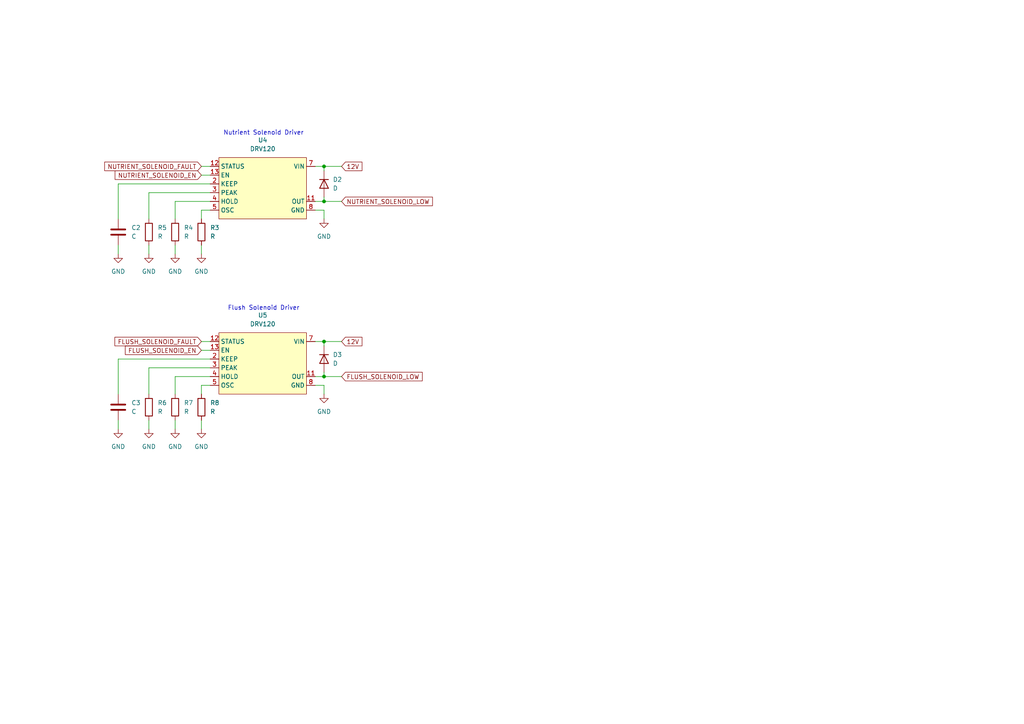
<source format=kicad_sch>
(kicad_sch (version 20230121) (generator eeschema)
  (paper "A4")
  (lib_symbols
    (symbol "Device:C" (pin_numbers hide) (pin_names (offset 0.254))
      (property "Reference" "C" (at 0.635 2.54 0))
      (property "Value" "C" (at 0.635 -2.54 0))
      (symbol "C_0_1"
        (polyline (pts (xy -2.032 -0.762) (xy 2.032 -0.762)) (stroke (width 0.508)))
        (polyline (pts (xy -2.032 0.762) (xy 2.032 0.762)) (stroke (width 0.508)))
      )
      (symbol "C_1_1"
        (pin passive line (at 0 3.81 270) (length 2.794) (name "~") (number "1"))
        (pin passive line (at 0 -3.81 90) (length 2.794) (name "~") (number "2"))
      )
    )
    (symbol "Device:D" (pin_numbers hide) (pin_names (offset 1.016) hide)
      (property "Reference" "D" (at 0 2.54 0))
      (property "Value" "D" (at 0 -2.54 0))
      (symbol "D_0_1"
        (polyline (pts (xy -1.27 1.27) (xy -1.27 -1.27)) (stroke (width 0.254)))
        (polyline (pts (xy 1.27 0) (xy -1.27 0)))
        (polyline (pts (xy 1.27 1.27) (xy 1.27 -1.27) (xy -1.27 0) (xy 1.27 1.27)) (stroke (width 0.254)))
      )
      (symbol "D_1_1"
        (pin passive line (at -3.81 0 0) (length 2.54) (name "K") (number "1"))
        (pin passive line (at 3.81 0 180) (length 2.54) (name "A") (number "2"))
      )
    )
    (symbol "Device:R" (pin_numbers hide) (pin_names (offset 0))
      (property "Reference" "R" (at 2.032 0 90))
      (property "Value" "R" (at 0 0 90))
      (symbol "R_0_1"
        (rectangle (start -1.016 -2.54) (end 1.016 2.54) (stroke (width 0.254)))
      )
      (symbol "R_1_1"
        (pin passive line (at 0 3.81 270) (length 1.27) (name "~") (number "1"))
        (pin passive line (at 0 -3.81 90) (length 1.27) (name "~") (number "2"))
      )
    )
    (symbol "custom:DRV120"
      (property "Reference" "U4" (at 0 11.43 0))
      (property "Value" "~" (at 0 0 0))
      (symbol "DRV120_1_1"
        (rectangle (start -12.7 8.89) (end 12.7 -8.89) (fill (type background)))
        (pin output line (at 15.24 -3.81 180) (length 2.54) (name "OUT") (number "11"))
        (pin open_collector line (at -15.24 6.35 0) (length 2.54) (name "STATUS") (number "12"))
        (pin input line (at -15.24 3.81 0) (length 2.54) (name "EN") (number "13"))
        (pin input line (at -15.24 1.27 0) (length 2.54) (name "KEEP") (number "2"))
        (pin input line (at -15.24 -1.27 0) (length 2.54) (name "PEAK") (number "3"))
        (pin input line (at -15.24 -3.81 0) (length 2.54) (name "HOLD") (number "4"))
        (pin input line (at -15.24 -6.35 0) (length 2.54) (name "OSC") (number "5"))
        (pin power_in line (at 15.24 6.35 180) (length 2.54) (name "VIN") (number "7"))
        (pin power_out line (at 15.24 -6.35 180) (length 2.54) (name "GND") (number "8"))
      )
    )
    (symbol "power:GND" (power) (pin_names (offset 0))
      (property "Value" "GND" (at 0 -3.81 0))
      (symbol "GND_0_1"
        (polyline (pts (xy 0 0) (xy 0 -1.27) (xy 1.27 -1.27) (xy 0 -2.54) (xy -1.27 -1.27) (xy 0 -1.27)))
      )
      (symbol "GND_1_1"
        (pin power_in line (at 0 0 270) (length 0) hide (name "GND") (number "1"))
      )
    )
  )
  (junction (at 93.98 58.42))
  (junction (at 93.98 48.26))
  (junction (at 93.98 99.06))
  (junction (at 93.98 109.22))
  (wire (pts (xy 93.98 109.22) (xy 99.06 109.22)))
  (wire (pts (xy 99.06 48.26) (xy 93.98 48.26)))
  (wire (pts (xy 50.8 71.12) (xy 50.8 73.66)))
  (wire (pts (xy 93.98 60.96) (xy 91.44 60.96)))
  (wire (pts (xy 58.42 101.6) (xy 60.96 101.6)))
  (wire (pts (xy 34.29 104.14) (xy 34.29 114.3)))
  (wire (pts (xy 93.98 57.15) (xy 93.98 58.42)))
  (wire (pts (xy 60.96 58.42) (xy 50.8 58.42)))
  (wire (pts (xy 43.18 63.5) (xy 43.18 55.88)))
  (wire (pts (xy 58.42 71.12) (xy 58.42 73.66)))
  (wire (pts (xy 58.42 111.76) (xy 60.96 111.76)))
  (wire (pts (xy 43.18 114.3) (xy 43.18 106.68)))
  (wire (pts (xy 93.98 114.3) (xy 93.98 111.76)))
  (wire (pts (xy 93.98 58.42) (xy 99.06 58.42)))
  (wire (pts (xy 50.8 121.92) (xy 50.8 124.46)))
  (wire (pts (xy 60.96 109.22) (xy 50.8 109.22)))
  (wire (pts (xy 93.98 111.76) (xy 91.44 111.76)))
  (wire (pts (xy 93.98 48.26) (xy 91.44 48.26)))
  (wire (pts (xy 43.18 106.68) (xy 60.96 106.68)))
  (wire (pts (xy 34.29 53.34) (xy 34.29 63.5)))
  (wire (pts (xy 93.98 107.95) (xy 93.98 109.22)))
  (wire (pts (xy 60.96 53.34) (xy 34.29 53.34)))
  (wire (pts (xy 43.18 121.92) (xy 43.18 124.46)))
  (wire (pts (xy 93.98 99.06) (xy 93.98 100.33)))
  (wire (pts (xy 91.44 58.42) (xy 93.98 58.42)))
  (wire (pts (xy 93.98 48.26) (xy 93.98 49.53)))
  (wire (pts (xy 58.42 99.06) (xy 60.96 99.06)))
  (wire (pts (xy 58.42 121.92) (xy 58.42 124.46)))
  (wire (pts (xy 34.29 71.12) (xy 34.29 73.66)))
  (wire (pts (xy 34.29 121.92) (xy 34.29 124.46)))
  (wire (pts (xy 91.44 109.22) (xy 93.98 109.22)))
  (wire (pts (xy 58.42 60.96) (xy 60.96 60.96)))
  (wire (pts (xy 99.06 99.06) (xy 93.98 99.06)))
  (wire (pts (xy 58.42 48.26) (xy 60.96 48.26)))
  (wire (pts (xy 93.98 99.06) (xy 91.44 99.06)))
  (wire (pts (xy 43.18 71.12) (xy 43.18 73.66)))
  (wire (pts (xy 58.42 50.8) (xy 60.96 50.8)))
  (wire (pts (xy 50.8 58.42) (xy 50.8 63.5)))
  (wire (pts (xy 58.42 114.3) (xy 58.42 111.76)))
  (wire (pts (xy 50.8 109.22) (xy 50.8 114.3)))
  (wire (pts (xy 60.96 104.14) (xy 34.29 104.14)))
  (wire (pts (xy 43.18 55.88) (xy 60.96 55.88)))
  (wire (pts (xy 93.98 63.5) (xy 93.98 60.96)))
  (wire (pts (xy 58.42 63.5) (xy 58.42 60.96)))
  (text "Nutrient Solenoid Driver" (at 64.77 39.37 0) (effects (font (size 1.27 1.27)) (justify left bottom)))
  (text "Flush Solenoid Driver" (at 66.04 90.17 0) (effects (font (size 1.27 1.27)) (justify left bottom)))
  (global_label "FLUSH_SOLENOID_FAULT" (shape input) (at 58.42 99.06 180) (property "Intersheetrefs" "${INTERSHEET_REFS}" (effects hide)))
  (global_label "FLUSH_SOLENOID_LOW" (shape input) (at 99.06 109.22 0) (property "Intersheetrefs" "${INTERSHEET_REFS}" (effects hide)))
  (global_label "12V" (shape input) (at 99.06 99.06 0) (property "Intersheetrefs" "${INTERSHEET_REFS}" (effects hide)))
  (global_label "FLUSH_SOLENOID_EN" (shape input) (at 58.42 101.6 180) (property "Intersheetrefs" "${INTERSHEET_REFS}" (effects hide)))
  (global_label "12V" (shape input) (at 99.06 48.26 0) (property "Intersheetrefs" "${INTERSHEET_REFS}" (effects hide)))
  (global_label "NUTRIENT_SOLENOID_EN" (shape input) (at 58.42 50.8 180) (property "Intersheetrefs" "${INTERSHEET_REFS}" (effects hide)))
  (global_label "NUTRIENT_SOLENOID_FAULT" (shape input) (at 58.42 48.26 180) (property "Intersheetrefs" "${INTERSHEET_REFS}" (effects hide)))
  (global_label "NUTRIENT_SOLENOID_LOW" (shape input) (at 99.06 58.42 0) (property "Intersheetrefs" "${INTERSHEET_REFS}" (effects hide)))
  (symbol (lib_id "Device:R") (at 58.42 118.11 0) (unit 1)
    (property "Reference" "R8" (at 60.96 116.84 0) (effects (justify left)))
    (property "Value" "R" (at 60.96 119.38 0) (effects (justify left)))
    (property "Footprint" "Resistor_SMD:R_0603_1608Metric_Pad0.98x0.95mm_HandSolder" (effects hide))
  )
  (symbol (lib_id "Device:C") (at 34.29 118.11 0) (unit 1)
    (property "Reference" "C3" (at 38.1 116.84 0) (effects (justify left)))
    (property "Value" "C" (at 38.1 119.38 0) (effects (justify left)))
  )
  (symbol (lib_id "Device:R") (at 50.8 118.11 0) (unit 1)
    (property "Reference" "R7" (at 53.34 116.84 0) (effects (justify left)))
    (property "Value" "R" (at 53.34 119.38 0) (effects (justify left)))
    (property "Footprint" "Resistor_SMD:R_0603_1608Metric_Pad0.98x0.95mm_HandSolder" (effects hide))
  )
  (symbol (lib_id "custom:DRV120") (at 76.2 54.61 0) (unit 1)
    (property "Reference" "U4" (at 76.2 40.64 0))
    (property "Value" "DRV120" (at 76.2 43.18 0))
    (property "Footprint" "Package_SO:TSSOP-14_4.4x5mm_P0.65mm" (effects hide))
  )
  (symbol (lib_id "Device:R") (at 58.42 67.31 0) (unit 1)
    (property "Reference" "R3" (at 60.96 66.04 0) (effects (justify left)))
    (property "Value" "R" (at 60.96 68.58 0) (effects (justify left)))
    (property "Footprint" "Resistor_SMD:R_0603_1608Metric_Pad0.98x0.95mm_HandSolder" (effects hide))
  )
  (symbol (lib_id "custom:DRV120") (at 76.2 105.41 0) (unit 1)
    (property "Reference" "U5" (at 76.2 91.44 0))
    (property "Value" "DRV120" (at 76.2 93.98 0))
    (property "Footprint" "Package_SO:TSSOP-14_4.4x5mm_P0.65mm" (effects hide))
  )
  (symbol (lib_id "power:GND") (at 93.98 114.3 0) (unit 1)
    (property "Reference" "#PWR023" (effects hide))
    (property "Value" "GND" (at 93.98 119.38 0))
  )
  (symbol (lib_id "Device:R") (at 43.18 118.11 0) (unit 1)
    (property "Reference" "R6" (at 45.72 116.84 0) (effects (justify left)))
    (property "Value" "R" (at 45.72 119.38 0) (effects (justify left)))
    (property "Footprint" "Resistor_SMD:R_0603_1608Metric_Pad0.98x0.95mm_HandSolder" (effects hide))
  )
  (symbol (lib_id "power:GND") (at 93.98 63.5 0) (unit 1)
    (property "Reference" "#PWR014" (effects hide))
    (property "Value" "GND" (at 93.98 68.58 0))
  )
  (symbol (lib_id "power:GND") (at 58.42 73.66 0) (unit 1)
    (property "Reference" "#PWR018" (effects hide))
    (property "Value" "GND" (at 58.42 78.74 0))
  )
  (symbol (lib_id "Device:R") (at 43.18 67.31 0) (unit 1)
    (property "Reference" "R5" (at 45.72 66.04 0) (effects (justify left)))
    (property "Value" "R" (at 45.72 68.58 0) (effects (justify left)))
    (property "Footprint" "Resistor_SMD:R_0603_1608Metric_Pad0.98x0.95mm_HandSolder" (effects hide))
  )
  (symbol (lib_id "power:GND") (at 50.8 73.66 0) (unit 1)
    (property "Reference" "#PWR017" (effects hide))
    (property "Value" "GND" (at 50.8 78.74 0))
  )
  (symbol (lib_id "Device:D") (at 93.98 104.14 270) (unit 1)
    (property "Reference" "D3" (at 96.52 102.87 90) (effects (justify left)))
    (property "Value" "D" (at 96.52 105.41 90) (effects (justify left)))
    (property "Sim.Device" "D" (effects hide))
    (property "Sim.Pins" "1=K 2=A" (effects hide))
  )
  (symbol (lib_id "power:GND") (at 34.29 73.66 0) (unit 1)
    (property "Reference" "#PWR015" (effects hide))
    (property "Value" "GND" (at 34.29 78.74 0))
  )
  (symbol (lib_id "power:GND") (at 34.29 124.46 0) (unit 1)
    (property "Reference" "#PWR019" (effects hide))
    (property "Value" "GND" (at 34.29 129.54 0))
  )
  (symbol (lib_id "power:GND") (at 58.42 124.46 0) (unit 1)
    (property "Reference" "#PWR022" (effects hide))
    (property "Value" "GND" (at 58.42 129.54 0))
  )
  (symbol (lib_id "Device:R") (at 50.8 67.31 0) (unit 1)
    (property "Reference" "R4" (at 53.34 66.04 0) (effects (justify left)))
    (property "Value" "R" (at 53.34 68.58 0) (effects (justify left)))
    (property "Footprint" "Resistor_SMD:R_0603_1608Metric_Pad0.98x0.95mm_HandSolder" (effects hide))
  )
  (symbol (lib_id "power:GND") (at 50.8 124.46 0) (unit 1)
    (property "Reference" "#PWR021" (effects hide))
    (property "Value" "GND" (at 50.8 129.54 0))
  )
  (symbol (lib_id "power:GND") (at 43.18 73.66 0) (unit 1)
    (property "Reference" "#PWR016" (effects hide))
    (property "Value" "GND" (at 43.18 78.74 0))
  )
  (symbol (lib_id "power:GND") (at 43.18 124.46 0) (unit 1)
    (property "Reference" "#PWR020" (effects hide))
    (property "Value" "GND" (at 43.18 129.54 0))
  )
  (symbol (lib_id "Device:D") (at 93.98 53.34 270) (unit 1)
    (property "Reference" "D2" (at 96.52 52.07 90) (effects (justify left)))
    (property "Value" "D" (at 96.52 54.61 90) (effects (justify left)))
    (property "Sim.Device" "D" (effects hide))
    (property "Sim.Pins" "1=K 2=A" (effects hide))
  )
  (symbol (lib_id "Device:C") (at 34.29 67.31 0) (unit 1)
    (property "Reference" "C2" (at 38.1 66.04 0) (effects (justify left)))
    (property "Value" "C" (at 38.1 68.58 0) (effects (justify left)))
  )
)
</source>
